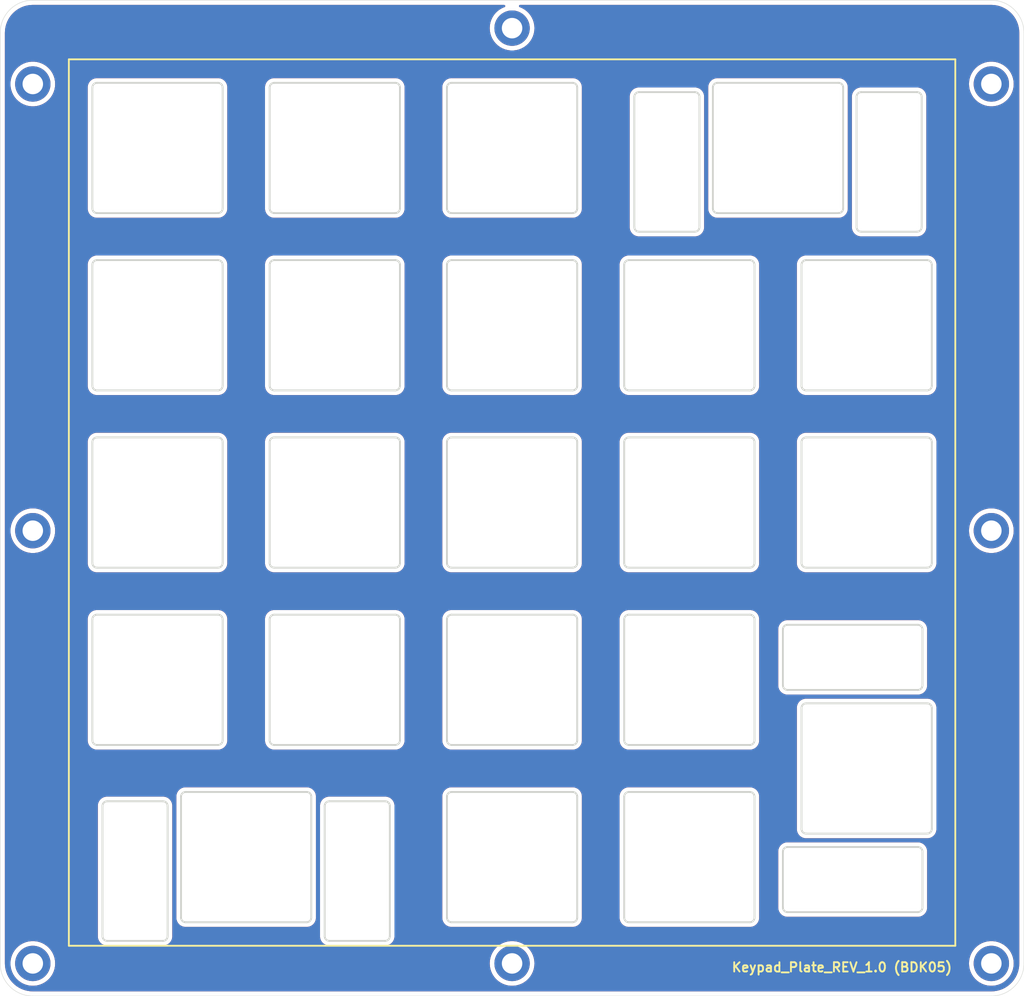
<source format=kicad_pcb>
(kicad_pcb (version 20240108) (generator "pcbnew") (generator_version "8.0")
  (layers (0 "F.Cu" signal) (31 "B.Cu" signal) (34 "B.Paste" user) (35 "F.Paste" user) (36 "B.SilkS" user "B.Silkscreen") (37 "F.SilkS" user "F.Silkscreen") (38 "B.Mask" user) (39 "F.Mask" user) (44 "Edge.Cuts" user))
  (net 0 "")
  (footprint "MountingHole:MountingHole_2.2mm_M2_DIN965_Pad_TopBottom" (layer "F.Cu") (at 55 -104)
    (property "Reference" "H8" (hide yes))
    (property "Value" "MountingHole_Pad_MP" (hide yes))
    (pad "1" thru_hole circle (at 0 0) (size 2.6 2.6) (drill 2.2) (layers "*.Cu" "*.Mask"))
    (pad "1" connect circle (at 0 0) (size 3.8 3.8) (layers "F.Cu" "F.Mask"))
    (pad "1" connect circle (at 0 0) (size 3.8 3.8) (layers "B.Cu" "B.Mask"))
  )
  (footprint "MountingHole:MountingHole_2.2mm_M2_DIN965_Pad_TopBottom" (layer "F.Cu") (at 55 -3.5)
    (property "Reference" "H7" (hide yes))
    (property "Value" "MountingHole_Pad_MP" (hide yes))
    (pad "1" thru_hole circle (at 0 0) (size 2.6 2.6) (drill 2.2) (layers "*.Cu" "*.Mask"))
    (pad "1" connect circle (at 0 0) (size 3.8 3.8) (layers "F.Cu" "F.Mask"))
    (pad "1" connect circle (at 0 0) (size 3.8 3.8) (layers "B.Cu" "B.Mask"))
  )
  (footprint "MountingHole:MountingHole_2.2mm_M2_DIN965_Pad_TopBottom" (layer "F.Cu") (at 3.5 -50)
    (property "Reference" "H3" (hide yes))
    (property "Value" "MountingHole_Pad_MP" (hide yes))
    (pad "1" thru_hole circle (at 0 0) (size 2.6 2.6) (drill 2.2) (layers "*.Cu" "*.Mask"))
    (pad "1" connect circle (at 0 0) (size 3.8 3.8) (layers "F.Cu" "F.Mask"))
    (pad "1" connect circle (at 0 0) (size 3.8 3.8) (layers "B.Cu" "B.Mask"))
  )
  (footprint "MountingHole:MountingHole_2.2mm_M2_DIN965_Pad_TopBottom" (layer "F.Cu") (at 106.5 -3.5)
    (property "Reference" "H2" (hide yes))
    (property "Value" "MountingHole_Pad_MP" (hide yes))
    (pad "1" thru_hole circle (at 0 0) (size 2.6 2.6) (drill 2.2) (layers "*.Cu" "*.Mask"))
    (pad "1" connect circle (at 0 0) (size 3.8 3.8) (layers "F.Cu" "F.Mask"))
    (pad "1" connect circle (at 0 0) (size 3.8 3.8) (layers "B.Cu" "B.Mask"))
  )
  (footprint "MountingHole:MountingHole_2.2mm_M2_DIN965_Pad_TopBottom" (layer "F.Cu") (at 106.5 -98)
    (property "Reference" "H6" (hide yes))
    (property "Value" "MountingHole_Pad_MP" (hide yes))
    (pad "1" thru_hole circle (at 0 0) (size 2.6 2.6) (drill 2.2) (layers "*.Cu" "*.Mask"))
    (pad "1" connect circle (at 0 0) (size 3.8 3.8) (layers "F.Cu" "F.Mask"))
    (pad "1" connect circle (at 0 0) (size 3.8 3.8) (layers "B.Cu" "B.Mask"))
  )
  (footprint "MountingHole:MountingHole_2.2mm_M2_DIN965_Pad_TopBottom" (layer "F.Cu") (at 3.5 -3.5)
    (property "Reference" "H1" (hide yes))
    (property "Value" "MountingHole_Pad_MP" (hide yes))
    (pad "1" thru_hole circle (at 0 0) (size 2.6 2.6) (drill 2.2) (layers "*.Cu" "*.Mask"))
    (pad "1" connect circle (at 0 0) (size 3.8 3.8) (layers "F.Cu" "F.Mask"))
    (pad "1" connect circle (at 0 0) (size 3.8 3.8) (layers "B.Cu" "B.Mask"))
  )
  (footprint "MountingHole:MountingHole_2.2mm_M2_DIN965_Pad_TopBottom" (layer "F.Cu") (at 3.5 -98)
    (property "Reference" "H5" (hide yes))
    (property "Value" "MountingHole_Pad_MP" (hide yes))
    (pad "1" thru_hole circle (at 0 0) (size 2.6 2.6) (drill 2.2) (layers "*.Cu" "*.Mask"))
    (pad "1" connect circle (at 0 0) (size 3.8 3.8) (layers "F.Cu" "F.Mask"))
    (pad "1" connect circle (at 0 0) (size 3.8 3.8) (layers "B.Cu" "B.Mask"))
  )
  (footprint "MountingHole:MountingHole_2.2mm_M2_DIN965_Pad_TopBottom" (layer "F.Cu") (at 106.5 -50)
    (property "Reference" "H4" (hide yes))
    (property "Value" "MountingHole_Pad_MP" (hide yes))
    (pad "1" thru_hole circle (at 0 0) (size 2.6 2.6) (drill 2.2) (layers "*.Cu" "*.Mask"))
    (pad "1" connect circle (at 0 0) (size 3.8 3.8) (layers "F.Cu" "F.Mask"))
    (pad "1" connect circle (at 0 0) (size 3.8 3.8) (layers "B.Cu" "B.Mask"))
  )
  (gr_line (start 102.625 -5.4) (end 102.625 -100.65) (stroke (width 0.2)) (layer "F.SilkS"))
  (gr_line (start 7.375 -5.4) (end 7.375 -100.65) (stroke (width 0.2)) (layer "F.SilkS"))
  (gr_line (start 7.375 -100.65) (end 102.625 -100.65) (stroke (width 0.2)) (layer "F.SilkS"))
  (gr_line (start 7.375 -5.4) (end 102.625 -5.4) (stroke (width 0.2)) (layer "F.SilkS"))
  (gr_line (start 92.513 -82.125) (end 98.513 -82.125) (stroke (width 0.2)) (layer "Edge.Cuts"))
  (gr_line (start 100.1 -30.95) (end 100.1 -17.95) (stroke (width 0.2)) (layer "Edge.Cuts"))
  (gr_arc (start 86.1 -59.525) (mid 86.246447 -59.878553) (end 86.6 -60.025) (stroke (width 0.2)) (layer "Edge.Cuts"))
  (gr_arc (start 17.487 -20.925) (mid 17.840553 -20.778553) (end 17.987 -20.425) (stroke (width 0.2)) (layer "Edge.Cuts"))
  (gr_arc (start 62 -84.625) (mid 61.853553 -84.271447) (end 61.5 -84.125) (stroke (width 0.2)) (layer "Edge.Cuts"))
  (gr_arc (start 42.45 -98.125) (mid 42.803553 -97.978553) (end 42.95 -97.625) (stroke (width 0.2)) (layer "Edge.Cuts"))
  (gr_arc (start 61.5 -21.925) (mid 61.853553 -21.778553) (end 62 -21.425) (stroke (width 0.2)) (layer "Edge.Cuts"))
  (gr_arc (start 29.45 -84.125) (mid 29.096447 -84.271447) (end 28.95 -84.625) (stroke (width 0.2)) (layer "Edge.Cuts"))
  (gr_line (start 68.637 -97.125) (end 74.637 -97.125) (stroke (width 0.2)) (layer "Edge.Cuts"))
  (gr_arc (start 48 -59.525) (mid 48.146447 -59.878553) (end 48.5 -60.025) (stroke (width 0.2)) (layer "Edge.Cuts"))
  (gr_arc (start 48.5 -65.075) (mid 48.146447 -65.221447) (end 48 -65.575) (stroke (width 0.2)) (layer "Edge.Cuts"))
  (gr_arc (start 92.013 -96.625) (mid 92.159447 -96.978553) (end 92.513 -97.125) (stroke (width 0.2)) (layer "Edge.Cuts"))
  (gr_line (start 110 -103.5) (end 110 -3.5) (stroke (width 0.05)) (layer "Edge.Cuts"))
  (gr_arc (start 62 -46.525) (mid 61.853553 -46.171447) (end 61.5 -46.025) (stroke (width 0.2)) (layer "Edge.Cuts"))
  (gr_arc (start 42.45 -40.975) (mid 42.803553 -40.828553) (end 42.95 -40.475) (stroke (width 0.2)) (layer "Edge.Cuts"))
  (gr_arc (start 42.95 -27.475) (mid 42.803553 -27.121447) (end 42.45 -26.975) (stroke (width 0.2)) (layer "Edge.Cuts"))
  (gr_line (start 67.05 -21.425) (end 67.05 -8.425) (stroke (width 0.2)) (layer "Edge.Cuts"))
  (gr_arc (start 80.55 -60.025) (mid 80.903553 -59.878553) (end 81.05 -59.525) (stroke (width 0.2)) (layer "Edge.Cuts"))
  (gr_arc (start 86.1 -30.95) (mid 86.246447 -31.303553) (end 86.6 -31.45) (stroke (width 0.2)) (layer "Edge.Cuts"))
  (gr_line (start 67.55 -65.075) (end 80.55 -65.075) (stroke (width 0.2)) (layer "Edge.Cuts"))
  (gr_line (start 48.5 -84.125) (end 61.5 -84.125) (stroke (width 0.2)) (layer "Edge.Cuts"))
  (gr_arc (start 80.55 -40.975) (mid 80.903553 -40.828553) (end 81.05 -40.475) (stroke (width 0.2)) (layer "Edge.Cuts"))
  (gr_arc (start 9.9 -40.475) (mid 10.046447 -40.828553) (end 10.4 -40.975) (stroke (width 0.2)) (layer "Edge.Cuts"))
  (gr_arc (start 84.1 -39.388) (mid 84.246447 -39.741553) (end 84.6 -39.888) (stroke (width 0.2)) (layer "Edge.Cuts"))
  (gr_arc (start 84.6 -9.012) (mid 84.246447 -9.158447) (end 84.1 -9.512) (stroke (width 0.2)) (layer "Edge.Cuts"))
  (gr_line (start 67.55 -40.975) (end 80.55 -40.975) (stroke (width 0.2)) (layer "Edge.Cuts"))
  (gr_line (start 48 -97.625) (end 48 -84.625) (stroke (width 0.2)) (layer "Edge.Cuts"))
  (gr_arc (start 68.137 -96.625) (mid 68.283447 -96.978553) (end 68.637 -97.125) (stroke (width 0.2)) (layer "Edge.Cuts"))
  (gr_arc (start 23.4 -79.075) (mid 23.753553 -78.928553) (end 23.9 -78.575) (stroke (width 0.2)) (layer "Edge.Cuts"))
  (gr_line (start 67.55 -26.975) (end 80.55 -26.975) (stroke (width 0.2)) (layer "Edge.Cuts"))
  (gr_arc (start 48 -21.425) (mid 48.146447 -21.778553) (end 48.5 -21.925) (stroke (width 0.2)) (layer "Edge.Cuts"))
  (gr_line (start 86.1 -78.575) (end 86.1 -65.575) (stroke (width 0.2)) (layer "Edge.Cuts"))
  (gr_arc (start 67.55 -65.075) (mid 67.196447 -65.221447) (end 67.05 -65.575) (stroke (width 0.2)) (layer "Edge.Cuts"))
  (gr_line (start 48.5 -40.975) (end 61.5 -40.975) (stroke (width 0.2)) (layer "Edge.Cuts"))
  (gr_arc (start 48 -97.625) (mid 48.146447 -97.978553) (end 48.5 -98.125) (stroke (width 0.2)) (layer "Edge.Cuts"))
  (gr_arc (start 98.513 -97.125) (mid 98.866553 -96.978553) (end 99.013 -96.625) (stroke (width 0.2)) (layer "Edge.Cuts"))
  (gr_arc (start 19.425 -21.425) (mid 19.571447 -21.778553) (end 19.925 -21.925) (stroke (width 0.2)) (layer "Edge.Cuts"))
  (gr_line (start 76.575 -97.625) (end 76.575 -84.625) (stroke (width 0.2)) (layer "Edge.Cuts"))
  (gr_arc (start 62 -8.425) (mid 61.853553 -8.071447) (end 61.5 -7.925) (stroke (width 0.2)) (layer "Edge.Cuts"))
  (gr_line (start 42.95 -78.575) (end 42.95 -65.575) (stroke (width 0.2)) (layer "Edge.Cuts"))
  (gr_line (start 86.1 -59.525) (end 86.1 -46.525) (stroke (width 0.2)) (layer "Edge.Cuts"))
  (gr_arc (start 99.1 -33.388) (mid 98.953553 -33.034447) (end 98.6 -32.888) (stroke (width 0.2)) (layer "Edge.Cuts"))
  (gr_line (start 67.05 -59.525) (end 67.05 -46.525) (stroke (width 0.2)) (layer "Edge.Cuts"))
  (gr_arc (start 99.6 -31.45) (mid 99.953553 -31.303553) (end 100.1 -30.95) (stroke (width 0.2)) (layer "Edge.Cuts"))
  (gr_line (start 3.5 -107) (end 106.5 -107) (stroke (width 0.05)) (layer "Edge.Cuts"))
  (gr_arc (start 9.9 -59.525) (mid 10.046447 -59.878553) (end 10.4 -60.025) (stroke (width 0.2)) (layer "Edge.Cuts"))
  (gr_line (start 68.637 -82.125) (end 74.637 -82.125) (stroke (width 0.2)) (layer "Edge.Cuts"))
  (gr_arc (start 61.5 -98.125) (mid 61.853553 -97.978553) (end 62 -97.625) (stroke (width 0.2)) (layer "Edge.Cuts"))
  (gr_arc (start 42.95 -46.525) (mid 42.803553 -46.171447) (end 42.45 -46.025) (stroke (width 0.2)) (layer "Edge.Cuts"))
  (gr_arc (start 86.6 -65.075) (mid 86.246447 -65.221447) (end 86.1 -65.575) (stroke (width 0.2)) (layer "Edge.Cuts"))
  (gr_line (start 86.6 -60.025) (end 99.6 -60.025) (stroke (width 0.2)) (layer "Edge.Cuts"))
  (gr_arc (start 42.45 -79.075) (mid 42.803553 -78.928553) (end 42.95 -78.575) (stroke (width 0.2)) (layer "Edge.Cuts"))
  (gr_line (start 62 -40.475) (end 62 -27.475) (stroke (width 0.2)) (layer "Edge.Cuts"))
  (gr_arc (start 62 -65.575) (mid 61.853553 -65.221447) (end 61.5 -65.075) (stroke (width 0.2)) (layer "Edge.Cuts"))
  (gr_line (start 29.45 -98.125) (end 42.45 -98.125) (stroke (width 0.2)) (layer "Edge.Cuts"))
  (gr_arc (start 29.45 -65.075) (mid 29.096447 -65.221447) (end 28.95 -65.575) (stroke (width 0.2)) (layer "Edge.Cuts"))
  (gr_line (start 3.5 0) (end 106.5 0) (stroke (width 0.05)) (layer "Edge.Cuts"))
  (gr_line (start 34.863 -20.425) (end 34.863 -6.425) (stroke (width 0.2)) (layer "Edge.Cuts"))
  (gr_arc (start 106.5 -107) (mid 108.974874 -105.974874) (end 110 -103.5) (stroke (width 0.05)) (layer "Edge.Cuts"))
  (gr_arc (start 9.9 -78.575) (mid 10.046447 -78.928553) (end 10.4 -79.075) (stroke (width 0.2)) (layer "Edge.Cuts"))
  (gr_arc (start 23.4 -40.975) (mid 23.753553 -40.828553) (end 23.9 -40.475) (stroke (width 0.2)) (layer "Edge.Cuts"))
  (gr_line (start 29.45 -60.025) (end 42.45 -60.025) (stroke (width 0.2)) (layer "Edge.Cuts"))
  (gr_arc (start 23.9 -65.575) (mid 23.753553 -65.221447) (end 23.4 -65.075) (stroke (width 0.2)) (layer "Edge.Cuts"))
  (gr_arc (start 9.9 -97.625) (mid 10.046447 -97.978553) (end 10.4 -98.125) (stroke (width 0.2)) (layer "Edge.Cuts"))
  (gr_line (start 48.5 -79.075) (end 61.5 -79.075) (stroke (width 0.2)) (layer "Edge.Cuts"))
  (gr_line (start 10.4 -26.975) (end 23.4 -26.975) (stroke (width 0.2)) (layer "Edge.Cuts"))
  (gr_arc (start 98.6 -16.012) (mid 98.953553 -15.865553) (end 99.1 -15.512) (stroke (width 0.2)) (layer "Edge.Cuts"))
  (gr_line (start 81.05 -21.425) (end 81.05 -8.425) (stroke (width 0.2)) (layer "Edge.Cuts"))
  (gr_line (start 92.013 -96.625) (end 92.013 -82.625) (stroke (width 0.2)) (layer "Edge.Cuts"))
  (gr_line (start 48 -78.575) (end 48 -65.575) (stroke (width 0.2)) (layer "Edge.Cuts"))
  (gr_line (start 23.9 -40.475) (end 23.9 -27.475) (stroke (width 0.2)) (layer "Edge.Cuts"))
  (gr_line (start 23.9 -78.575) (end 23.9 -65.575) (stroke (width 0.2)) (layer "Edge.Cuts"))
  (gr_arc (start 23.9 -27.475) (mid 23.753553 -27.121447) (end 23.4 -26.975) (stroke (width 0.2)) (layer "Edge.Cuts"))
  (gr_arc (start 34.863 -20.425) (mid 35.009447 -20.778553) (end 35.363 -20.925) (stroke (width 0.2)) (layer "Edge.Cuts"))
  (gr_arc (start 0 -103.5) (mid 1.025126 -105.974874) (end 3.5 -107) (stroke (width 0.05)) (layer "Edge.Cuts"))
  (gr_arc (start 81.05 -46.525) (mid 80.903553 -46.171447) (end 80.55 -46.025) (stroke (width 0.2)) (layer "Edge.Cuts"))
  (gr_line (start 17.987 -20.425) (end 17.987 -6.425) (stroke (width 0.2)) (layer "Edge.Cuts"))
  (gr_line (start 48.5 -60.025) (end 61.5 -60.025) (stroke (width 0.2)) (layer "Edge.Cuts"))
  (gr_arc (start 17.987 -6.425) (mid 17.840553 -6.071447) (end 17.487 -5.925) (stroke (width 0.2)) (layer "Edge.Cuts"))
  (gr_line (start 35.363 -5.925) (end 41.363 -5.925) (stroke (width 0.2)) (layer "Edge.Cuts"))
  (gr_line (start 67.55 -79.075) (end 80.55 -79.075) (stroke (width 0.2)) (layer "Edge.Cuts"))
  (gr_arc (start 67.55 -7.925) (mid 67.196447 -8.071447) (end 67.05 -8.425) (stroke (width 0.2)) (layer "Edge.Cuts"))
  (gr_line (start 67.55 -21.925) (end 80.55 -21.925) (stroke (width 0.2)) (layer "Edge.Cuts"))
  (gr_arc (start 10.4 -46.025) (mid 10.046447 -46.171447) (end 9.9 -46.525) (stroke (width 0.2)) (layer "Edge.Cuts"))
  (gr_line (start 28.95 -40.475) (end 28.95 -27.475) (stroke (width 0.2)) (layer "Edge.Cuts"))
  (gr_line (start 48.5 -98.125) (end 61.5 -98.125) (stroke (width 0.2)) (layer "Edge.Cuts"))
  (gr_arc (start 100.1 -65.575) (mid 99.953553 -65.221447) (end 99.6 -65.075) (stroke (width 0.2)) (layer "Edge.Cuts"))
  (gr_line (start 10.4 -98.125) (end 23.4 -98.125) (stroke (width 0.2)) (layer "Edge.Cuts"))
  (gr_arc (start 3.5 0) (mid 1.025126 -1.025126) (end 0 -3.5) (stroke (width 0.05)) (layer "Edge.Cuts"))
  (gr_arc (start 10.4 -26.975) (mid 10.046447 -27.121447) (end 9.9 -27.475) (stroke (width 0.2)) (layer "Edge.Cuts"))
  (gr_line (start 48.5 -21.925) (end 61.5 -21.925) (stroke (width 0.2)) (layer "Edge.Cuts"))
  (gr_arc (start 75.137 -82.625) (mid 74.990553 -82.271447) (end 74.637 -82.125) (stroke (width 0.2)) (layer "Edge.Cuts"))
  (gr_line (start 84.1 -15.512) (end 84.1 -9.512) (stroke (width 0.2)) (layer "Edge.Cuts"))
  (gr_line (start 29.45 -65.075) (end 42.45 -65.075) (stroke (width 0.2)) (layer "Edge.Cuts"))
  (gr_line (start 10.4 -46.025) (end 23.4 -46.025) (stroke (width 0.2)) (layer "Edge.Cuts"))
  (gr_arc (start 100.1 -17.95) (mid 99.953553 -17.596447) (end 99.6 -17.45) (stroke (width 0.2)) (layer "Edge.Cuts"))
  (gr_line (start 29.45 -26.975) (end 42.45 -26.975) (stroke (width 0.2)) (layer "Edge.Cuts"))
  (gr_arc (start 23.4 -98.125) (mid 23.753553 -97.978553) (end 23.9 -97.625) (stroke (width 0.2)) (layer "Edge.Cuts"))
  (gr_line (start 99.1 -15.512) (end 99.1 -9.512) (stroke (width 0.2)) (layer "Edge.Cuts"))
  (gr_line (start 86.6 -46.025) (end 99.6 -46.025) (stroke (width 0.2)) (layer "Edge.Cuts"))
  (gr_arc (start 67.05 -21.425) (mid 67.196447 -21.778553) (end 67.55 -21.925) (stroke (width 0.2)) (layer "Edge.Cuts"))
  (gr_arc (start 42.45 -60.025) (mid 42.803553 -59.878553) (end 42.95 -59.525) (stroke (width 0.2)) (layer "Edge.Cuts"))
  (gr_arc (start 33.425 -8.425) (mid 33.278553 -8.071447) (end 32.925 -7.925) (stroke (width 0.2)) (layer "Edge.Cuts"))
  (gr_arc (start 28.95 -97.625) (mid 29.096447 -97.978553) (end 29.45 -98.125) (stroke (width 0.2)) (layer "Edge.Cuts"))
  (gr_line (start 9.9 -40.475) (end 9.9 -27.475) (stroke (width 0.2)) (layer "Edge.Cuts"))
  (gr_arc (start 28.95 -40.475) (mid 29.096447 -40.828553) (end 29.45 -40.975) (stroke (width 0.2)) (layer "Edge.Cuts"))
  (gr_line (start 86.6 -65.075) (end 99.6 -65.075) (stroke (width 0.2)) (layer "Edge.Cuts"))
  (gr_line (start 29.45 -46.025) (end 42.45 -46.025) (stroke (width 0.2)) (layer "Edge.Cuts"))
  (gr_arc (start 29.45 -46.025) (mid 29.096447 -46.171447) (end 28.95 -46.525) (stroke (width 0.2)) (layer "Edge.Cuts"))
  (gr_line (start 42.95 -59.525) (end 42.95 -46.525) (stroke (width 0.2)) (layer "Edge.Cuts"))
  (gr_line (start 11.487 -20.925) (end 17.487 -20.925) (stroke (width 0.2)) (layer "Edge.Cuts"))
  (gr_line (start 9.9 -78.575) (end 9.9 -65.575) (stroke (width 0.2)) (layer "Edge.Cuts"))
  (gr_line (start 98.6 -32.888) (end 84.6 -32.888) (stroke (width 0.2)) (layer "Edge.Cuts"))
  (gr_arc (start 76.575 -97.625) (mid 76.721447 -97.978553) (end 77.075 -98.125) (stroke (width 0.2)) (layer "Edge.Cuts"))
  (gr_arc (start 67.05 -40.475) (mid 67.196447 -40.828553) (end 67.55 -40.975) (stroke (width 0.2)) (layer "Edge.Cuts"))
  (gr_arc (start 77.075 -84.125) (mid 76.721447 -84.271447) (end 76.575 -84.625) (stroke (width 0.2)) (layer "Edge.Cuts"))
  (gr_line (start 99.013 -96.625) (end 99.013 -82.625) (stroke (width 0.2)) (layer "Edge.Cuts"))
  (gr_line (start 62 -21.425) (end 62 -8.425) (stroke (width 0.2)) (layer "Edge.Cuts"))
  (gr_arc (start 86.6 -46.025) (mid 86.246447 -46.171447) (end 86.1 -46.525) (stroke (width 0.2)) (layer "Edge.Cuts"))
  (gr_arc (start 11.487 -5.925) (mid 11.133447 -6.071447) (end 10.987 -6.425) (stroke (width 0.2)) (layer "Edge.Cuts"))
  (gr_arc (start 23.9 -46.525) (mid 23.753553 -46.171447) (end 23.4 -46.025) (stroke (width 0.2)) (layer "Edge.Cuts"))
  (gr_arc (start 62 -27.475) (mid 61.853553 -27.121447) (end 61.5 -26.975) (stroke (width 0.2)) (layer "Edge.Cuts"))
  (gr_line (start 29.45 -40.975) (end 42.45 -40.975) (stroke (width 0.2)) (layer "Edge.Cuts"))
  (gr_line (start 92.513 -97.125) (end 98.513 -97.125) (stroke (width 0.2)) (layer "Edge.Cuts"))
  (gr_line (start 81.05 -59.525) (end 81.05 -46.525) (stroke (width 0.2)) (layer "Edge.Cuts"))
  (gr_line (start 90.575 -97.625) (end 90.575 -84.625) (stroke (width 0.2)) (layer "Edge.Cuts"))
  (gr_line (start 10.4 -79.075) (end 23.4 -79.075) (stroke (width 0.2)) (layer "Edge.Cuts"))
  (gr_line (start 23.9 -97.625) (end 23.9 -84.625) (stroke (width 0.2)) (layer "Edge.Cuts"))
  (gr_arc (start 84.6 -32.888) (mid 84.246447 -33.034447) (end 84.1 -33.388) (stroke (width 0.2)) (layer "Edge.Cuts"))
  (gr_line (start 67.05 -78.575) (end 67.05 -65.575) (stroke (width 0.2)) (layer "Edge.Cuts"))
  (gr_line (start 10.4 -60.025) (end 23.4 -60.025) (stroke (width 0.2)) (layer "Edge.Cuts"))
  (gr_line (start 48.5 -65.075) (end 61.5 -65.075) (stroke (width 0.2)) (layer "Edge.Cuts"))
  (gr_line (start 19.925 -7.925) (end 32.925 -7.925) (stroke (width 0.2)) (layer "Edge.Cuts"))
  (gr_line (start 98.6 -16.012) (end 84.6 -16.012) (stroke (width 0.2)) (layer "Edge.Cuts"))
  (gr_line (start 10.4 -40.975) (end 23.4 -40.975) (stroke (width 0.2)) (layer "Edge.Cuts"))
  (gr_arc (start 81.05 -65.575) (mid 80.903553 -65.221447) (end 80.55 -65.075) (stroke (width 0.2)) (layer "Edge.Cuts"))
  (gr_arc (start 48 -40.475) (mid 48.146447 -40.828553) (end 48.5 -40.975) (stroke (width 0.2)) (layer "Edge.Cuts"))
  (gr_line (start 48 -21.425) (end 48 -8.425) (stroke (width 0.2)) (layer "Edge.Cuts"))
  (gr_line (start 86.6 -79.075) (end 99.6 -79.075) (stroke (width 0.2)) (layer "Edge.Cuts"))
  (gr_line (start 29.45 -79.075) (end 42.45 -79.075) (stroke (width 0.2)) (layer "Edge.Cuts"))
  (gr_line (start 48.5 -26.975) (end 61.5 -26.975) (stroke (width 0.2)) (layer "Edge.Cuts"))
  (gr_line (start 81.05 -40.475) (end 81.05 -27.475) (stroke (width 0.2)) (layer "Edge.Cuts"))
  (gr_line (start 28.95 -59.525) (end 28.95 -46.525) (stroke (width 0.2)) (layer "Edge.Cuts"))
  (gr_line (start 23.9 -59.525) (end 23.9 -46.525) (stroke (width 0.2)) (layer "Edge.Cuts"))
  (gr_arc (start 28.95 -59.525) (mid 29.096447 -59.878553) (end 29.45 -60.025) (stroke (width 0.2)) (layer "Edge.Cuts"))
  (gr_arc (start 67.05 -59.525) (mid 67.196447 -59.878553) (end 67.55 -60.025) (stroke (width 0.2)) (layer "Edge.Cuts"))
  (gr_arc (start 61.5 -79.075) (mid 61.853553 -78.928553) (end 62 -78.575) (stroke (width 0.2)) (layer "Edge.Cuts"))
  (gr_arc (start 19.925 -7.925) (mid 19.571447 -8.071447) (end 19.425 -8.425) (stroke (width 0.2)) (layer "Edge.Cuts"))
  (gr_arc (start 41.863 -6.425) (mid 41.716553 -6.071447) (end 41.363 -5.925) (stroke (width 0.2)) (layer "Edge.Cuts"))
  (gr_line (start 9.9 -59.525) (end 9.9 -46.525) (stroke (width 0.2)) (layer "Edge.Cuts"))
  (gr_arc (start 23.4 -60.025) (mid 23.753553 -59.878553) (end 23.9 -59.525) (stroke (width 0.2)) (layer "Edge.Cuts"))
  (gr_arc (start 90.075 -98.125) (mid 90.428553 -97.978553) (end 90.575 -97.625) (stroke (width 0.2)) (layer "Edge.Cuts"))
  (gr_line (start 28.95 -97.625) (end 28.95 -84.625) (stroke (width 0.2)) (layer "Edge.Cuts"))
  (gr_arc (start 61.5 -60.025) (mid 61.853553 -59.878553) (end 62 -59.525) (stroke (width 0.2)) (layer "Edge.Cuts"))
  (gr_arc (start 48.5 -46.025) (mid 48.146447 -46.171447) (end 48 -46.525) (stroke (width 0.2)) (layer "Edge.Cuts"))
  (gr_arc (start 90.575 -84.625) (mid 90.428553 -84.271447) (end 90.075 -84.125) (stroke (width 0.2)) (layer "Edge.Cuts"))
  (gr_line (start 98.6 -9.012) (end 84.6 -9.012) (stroke (width 0.2)) (layer "Edge.Cuts"))
  (gr_line (start 98.6 -39.888) (end 84.6 -39.888) (stroke (width 0.2)) (layer "Edge.Cuts"))
  (gr_line (start 10.4 -65.075) (end 23.4 -65.075) (stroke (width 0.2)) (layer "Edge.Cuts"))
  (gr_line (start 48.5 -46.025) (end 61.5 -46.025) (stroke (width 0.2)) (layer "Edge.Cuts"))
  (gr_arc (start 10.987 -20.425) (mid 11.133447 -20.778553) (end 11.487 -20.925) (stroke (width 0.2)) (layer "Edge.Cuts"))
  (gr_line (start 41.863 -20.425) (end 41.863 -6.425) (stroke (width 0.2)) (layer "Edge.Cuts"))
  (gr_arc (start 42.95 -65.575) (mid 42.803553 -65.221447) (end 42.45 -65.075) (stroke (width 0.2)) (layer "Edge.Cuts"))
  (gr_arc (start 80.55 -79.075) (mid 80.903553 -78.928553) (end 81.05 -78.575) (stroke (width 0.2)) (layer "Edge.Cuts"))
  (gr_arc (start 86.6 -17.45) (mid 86.246447 -17.596447) (end 86.1 -17.95) (stroke (width 0.2)) (layer "Edge.Cuts"))
  (gr_arc (start 41.363 -20.925) (mid 41.716553 -20.778553) (end 41.863 -20.425) (stroke (width 0.2)) (layer "Edge.Cuts"))
  (gr_line (start 35.363 -20.925) (end 41.363 -20.925) (stroke (width 0.2)) (layer "Edge.Cuts"))
  (gr_arc (start 42.95 -84.625) (mid 42.803553 -84.271447) (end 42.45 -84.125) (stroke (width 0.2)) (layer "Edge.Cuts"))
  (gr_line (start 9.9 -97.625) (end 9.9 -84.625) (stroke (width 0.2)) (layer "Edge.Cuts"))
  (gr_line (start 67.55 -60.025) (end 80.55 -60.025) (stroke (width 0.2)) (layer "Edge.Cuts"))
  (gr_arc (start 86.1 -78.575) (mid 86.246447 -78.928553) (end 86.6 -79.075) (stroke (width 0.2)) (layer "Edge.Cuts"))
  (gr_line (start 77.075 -98.125) (end 90.075 -98.125) (stroke (width 0.2)) (layer "Edge.Cuts"))
  (gr_arc (start 48.5 -84.125) (mid 48.146447 -84.271447) (end 48 -84.625) (stroke (width 0.2)) (layer "Edge.Cuts"))
  (gr_line (start 77.075 -84.125) (end 90.075 -84.125) (stroke (width 0.2)) (layer "Edge.Cuts"))
  (gr_arc (start 110 -3.5) (mid 108.974874 -1.025126) (end 106.5 0) (stroke (width 0.05)) (layer "Edge.Cuts"))
  (gr_line (start 67.55 -7.925) (end 80.55 -7.925) (stroke (width 0.2)) (layer "Edge.Cuts"))
  (gr_arc (start 10.4 -84.125) (mid 10.046447 -84.271447) (end 9.9 -84.625) (stroke (width 0.2)) (layer "Edge.Cuts"))
  (gr_line (start 19.925 -21.925) (end 32.925 -21.925) (stroke (width 0.2)) (layer "Edge.Cuts"))
  (gr_line (start 62 -78.575) (end 62 -65.575) (stroke (width 0.2)) (layer "Edge.Cuts"))
  (gr_line (start 81.05 -78.575) (end 81.05 -65.575) (stroke (width 0.2)) (layer "Edge.Cuts"))
  (gr_line (start 68.137 -96.625) (end 68.137 -82.625) (stroke (width 0.2)) (layer "Edge.Cuts"))
  (gr_arc (start 48.5 -7.925) (mid 48.146447 -8.071447) (end 48 -8.425) (stroke (width 0.2)) (layer "Edge.Cuts"))
  (gr_arc (start 99.6 -79.075) (mid 99.953553 -78.928553) (end 100.1 -78.575) (stroke (width 0.2)) (layer "Edge.Cuts"))
  (gr_line (start 86.1 -30.95) (end 86.1 -17.95) (stroke (width 0.2)) (layer "Edge.Cuts"))
  (gr_arc (start 61.5 -40.975) (mid 61.853553 -40.828553) (end 62 -40.475) (stroke (width 0.2)) (layer "Edge.Cuts"))
  (gr_arc (start 80.55 -21.925) (mid 80.903553 -21.778553) (end 81.05 -21.425) (stroke (width 0.2)) (layer "Edge.Cuts"))
  (gr_line (start 42.95 -40.475) (end 42.95 -27.475) (stroke (width 0.2)) (layer "Edge.Cuts"))
  (gr_line (start 100.1 -59.525) (end 100.1 -46.525) (stroke (width 0.2)) (layer "Edge.Cuts"))
  (gr_arc (start 99.013 -82.625) (mid 98.866553 -82.271447) (end 98.513 -82.125) (stroke (width 0.2)) (layer "Edge.Cuts"))
  (gr_line (start 11.487 -5.925) (end 17.487 -5.925) (stroke (width 0.2)) (layer "Edge.Cuts"))
  (gr_arc (start 28.95 -78.575) (mid 29.096447 -78.928553) (end 29.45 -79.075) (stroke (width 0.2)) (layer "Edge.Cuts"))
  (gr_line (start 48 -40.475) (end 48 -27.475) (stroke (width 0.2)) (layer "Edge.Cuts"))
  (gr_line (start 99.1 -39.388) (end 99.1 -33.388) (stroke (width 0.2)) (layer "Edge.Cuts"))
  (gr_line (start 62 -97.625) (end 62 -84.625) (stroke (width 0.2)) (layer "Edge.Cuts"))
  (gr_arc (start 67.55 -26.975) (mid 67.196447 -27.121447) (end 67.05 -27.475) (stroke (width 0.2)) (layer "Edge.Cuts"))
  (gr_arc (start 99.1 -9.512) (mid 98.953553 -9.158447) (end 98.6 -9.012) (stroke (width 0.2)) (layer "Edge.Cuts"))
  (gr_arc (start 98.6 -39.888) (mid 98.953553 -39.741553) (end 99.1 -39.388) (stroke (width 0.2)) (layer "Edge.Cuts"))
  (gr_line (start 100.1 -78.575) (end 100.1 -65.575) (stroke (width 0.2)) (layer "Edge.Cuts"))
  (gr_line (start 48.5 -7.925) (end 61.5 -7.925) (stroke (width 0.2)) (layer "Edge.Cuts"))
  (gr_arc (start 48.5 -26.975) (mid 48.146447 -27.121447) (end 48 -27.475) (stroke (width 0.2)) (layer "Edge.Cuts"))
  (gr_line (start 10.987 -20.425) (end 10.987 -6.425) (stroke (width 0.2)) (layer "Edge.Cuts"))
  (gr_arc (start 48 -78.575) (mid 48.146447 -78.928553) (end 48.5 -79.075) (stroke (width 0.2)) (layer "Edge.Cuts"))
  (gr_arc (start 29.45 -26.975) (mid 29.096447 -27.121447) (end 28.95 -27.475) (stroke (width 0.2)) (layer "Edge.Cuts"))
  (gr_arc (start 67.05 -78.575) (mid 67.196447 -78.928553) (end 67.55 -79.075) (stroke (width 0.2)) (layer "Edge.Cuts"))
  (gr_line (start 99.6 -17.45) (end 86.6 -17.45) (stroke (width 0.2)) (layer "Edge.Cuts"))
  (gr_line (start 67.55 -46.025) (end 80.55 -46.025) (stroke (width 0.2)) (layer "Edge.Cuts"))
  (gr_line (start 67.05 -40.475) (end 67.05 -27.475) (stroke (width 0.2)) (layer "Edge.Cuts"))
  (gr_arc (start 35.363 -5.925) (mid 35.009447 -6.071447) (end 34.863 -6.425) (stroke (width 0.2)) (layer "Edge.Cuts"))
  (gr_arc (start 100.1 -46.525) (mid 99.953553 -46.171447) (end 99.6 -46.025) (stroke (width 0.2)) (layer "Edge.Cuts"))
  (gr_line (start 28.95 -78.575) (end 28.95 -65.575) (stroke (width 0.2)) (layer "Edge.Cuts"))
  (gr_line (start 42.95 -97.625) (end 42.95 -84.625) (stroke (width 0.2)) (layer "Edge.Cuts"))
  (gr_arc (start 32.925 -21.925) (mid 33.278553 -21.778553) (end 33.425 -21.425) (stroke (width 0.2)) (layer "Edge.Cuts"))
  (gr_line (start 48 -59.525) (end 48 -46.525) (stroke (width 0.2)) (layer "Edge.Cuts"))
  (gr_arc (start 81.05 -8.425) (mid 80.903553 -8.071447) (end 80.55 -7.925) (stroke (width 0.2)) (layer "Edge.Cuts"))
  (gr_arc (start 23.9 -84.625) (mid 23.753553 -84.271447) (end 23.4 -84.125) (stroke (width 0.2)) (layer "Edge.Cuts"))
  (gr_arc (start 84.1 -15.512) (mid 84.246447 -15.865553) (end 84.6 -16.012) (stroke (width 0.2)) (layer "Edge.Cuts"))
  (gr_arc (start 10.4 -65.075) (mid 10.046447 -65.221447) (end 9.9 -65.575) (stroke (width 0.2)) (layer "Edge.Cuts"))
  (gr_arc (start 68.637 -82.125) (mid 68.283447 -82.271447) (end 68.137 -82.625) (stroke (width 0.2)) (layer "Edge.Cuts"))
  (gr_line (start 99.6 -31.45) (end 86.6 -31.45) (stroke (width 0.2)) (layer "Edge.Cuts"))
  (gr_line (start 10.4 -84.125) (end 23.4 -84.125) (stroke (width 0.2)) (layer "Edge.Cuts"))
  (gr_line (start 19.425 -21.425) (end 19.425 -8.425) (stroke (width 0.2)) (layer "Edge.Cuts"))
  (gr_arc (start 81.05 -27.475) (mid 80.903553 -27.121447) (end 80.55 -26.975) (stroke (width 0.2)) (layer "Edge.Cuts"))
  (gr_line (start 33.425 -21.425) (end 33.425 -8.425) (stroke (width 0.2)) (layer "Edge.Cuts"))
  (gr_line (start 0 -103.5) (end 0 -3.5) (stroke (width 0.05)) (layer "Edge.Cuts"))
  (gr_line (start 84.1 -39.388) (end 84.1 -33.388) (stroke (width 0.2)) (layer "Edge.Cuts"))
  (gr_arc (start 74.637 -97.125) (mid 74.990553 -96.978553) (end 75.137 -96.625) (stroke (width 0.2)) (layer "Edge.Cuts"))
  (gr_line (start 62 -59.525) (end 62 -46.525) (stroke (width 0.2)) (layer "Edge.Cuts"))
  (gr_line (start 29.45 -84.125) (end 42.45 -84.125) (stroke (width 0.2)) (layer "Edge.Cuts"))
  (gr_arc (start 67.55 -46.025) (mid 67.196447 -46.171447) (end 67.05 -46.525) (stroke (width 0.2)) (layer "Edge.Cuts"))
  (gr_arc (start 99.6 -60.025) (mid 99.953553 -59.878553) (end 100.1 -59.525) (stroke (width 0.2)) (layer "Edge.Cuts"))
  (gr_line (start 75.137 -96.625) (end 75.137 -82.625) (stroke (width 0.2)) (layer "Edge.Cuts"))
  (gr_arc (start 92.513 -82.125) (mid 92.159447 -82.271447) (end 92.013 -82.625) (stroke (width 0.2)) (layer "Edge.Cuts"))
  (gr_text "Keypad_Plate_REV_1.0 (BDK05)" (at 78.5 -2.5 0) (layer "F.SilkS") (effects (font (size 1 1) (thickness 0.2) (bold yes)) (justify left bottom)))
  (zone (net 0) (net_name "") (layers "F&B.Cu") (connect_pads (clearance 0.5)) (min_thickness 0.25) (fill yes (thermal_gap 0.5) (thermal_bridge_width 0.5) (island_removal_mode 1) (island_area_min 10))
    (polygon (pts (xy 0 -107) (xy 110 -107) (xy 110 0) (xy 0 0)))
  )
)
</source>
